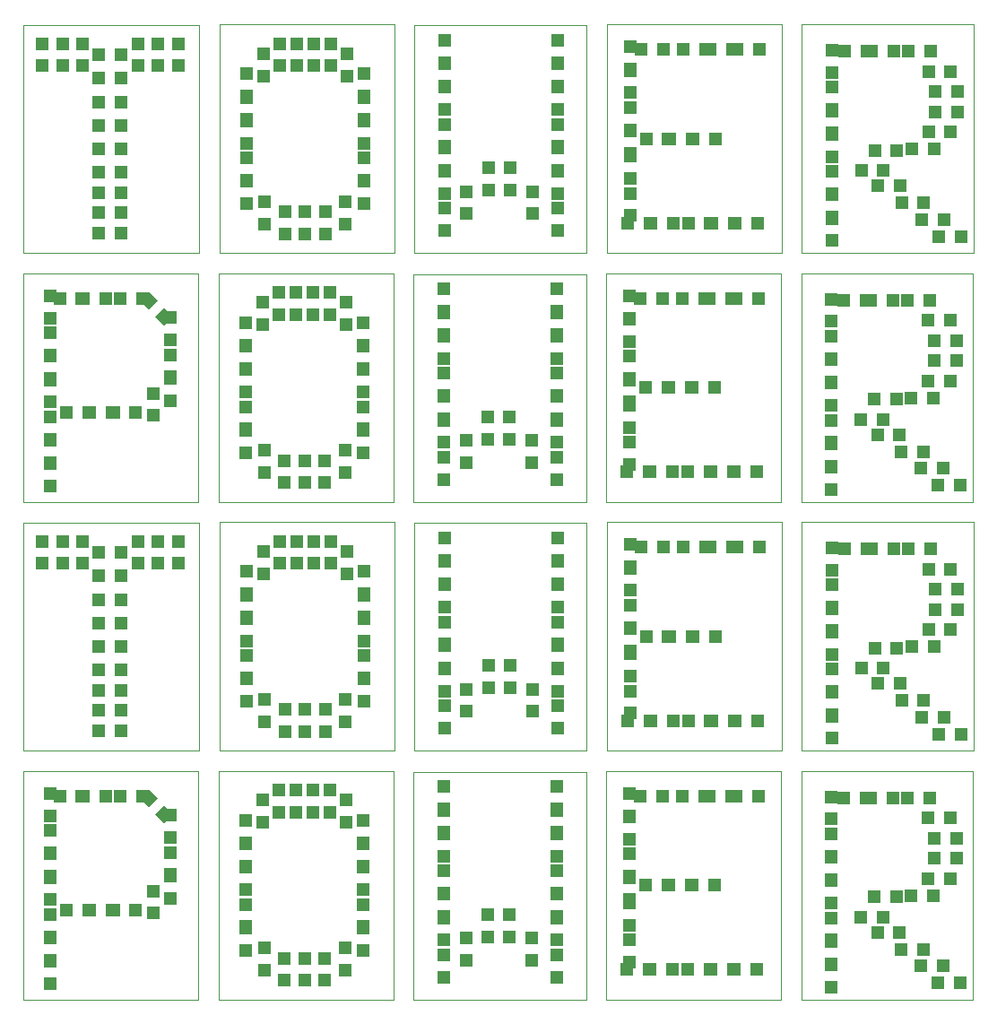
<source format=gtp>
G75*
G70*
%OFA0B0*%
%FSLAX25Y25*%
%IPPOS*%
%LPD*%
%AMOC8*
5,1,8,0,0,1.08239X$1,22.5*
%
%ADD16C,0.00000*%
%ADD17R,0.04720X0.04720*%
X0010000Y0010000D02*
G75*
%LPD*%
D16*
X0010000Y0010000D02*
X0010000Y0095000D01*
X0075000Y0095000D01*
X0075000Y0010000D01*
X0010000Y0010000D01*
D17*
X0020000Y0015860D03*
X0020000Y0024130D03*
X0020000Y0024610D03*
X0020000Y0032880D03*
X0020000Y0033360D03*
X0020000Y0041630D03*
X0020000Y0047110D03*
X0025860Y0043120D03*
X0034130Y0043120D03*
X0034610Y0043120D03*
X0042880Y0043120D03*
X0043360Y0043120D03*
X0051630Y0043120D03*
X0058120Y0042110D03*
X0064370Y0047740D03*
X0058120Y0050380D03*
X0064370Y0056010D03*
X0064370Y0056490D03*
X0064370Y0064760D03*
X0064370Y0070240D03*
X0064370Y0078510D03*
X0054130Y0085620D03*
X0045860Y0085620D03*
X0040380Y0085620D03*
X0032110Y0085620D03*
X0031630Y0085620D03*
X0023360Y0085620D03*
X0020000Y0086630D03*
X0020000Y0078360D03*
X0020000Y0072880D03*
X0020000Y0064610D03*
X0020000Y0064130D03*
X0020000Y0055860D03*
X0020000Y0055380D03*
D17*
G36*
X0053120Y0084790D02*
X0056450Y0088120D01*
X0059780Y0084790D01*
X0056450Y0081460D01*
X0053120Y0084790D01*
G37*
G36*
X0058960Y0078950D02*
X0062290Y0082280D01*
X0065620Y0078950D01*
X0062290Y0075620D01*
X0058960Y0078950D01*
G37*
X0082500Y0010000D02*
G75*
%LPD*%
D16*
X0082500Y0010000D02*
X0082500Y0095000D01*
X0147500Y0095000D01*
X0147500Y0010000D01*
X0082500Y0010000D01*
D17*
X0099370Y0020860D03*
X0099370Y0029130D03*
X0092500Y0028360D03*
X0092500Y0036630D03*
X0092500Y0037110D03*
X0092500Y0045380D03*
X0092500Y0050860D03*
X0092500Y0059130D03*
X0092500Y0059610D03*
X0092500Y0067880D03*
X0092500Y0068360D03*
X0092500Y0076630D03*
X0098750Y0075860D03*
X0105000Y0079610D03*
X0098750Y0084130D03*
X0105000Y0087880D03*
X0111250Y0087880D03*
X0117500Y0087880D03*
X0123750Y0087880D03*
X0130000Y0084130D03*
X0123750Y0079610D03*
X0117500Y0079610D03*
X0111250Y0079610D03*
X0130000Y0075860D03*
X0136250Y0076630D03*
X0136250Y0068360D03*
X0136250Y0067880D03*
X0136250Y0059610D03*
X0136250Y0059130D03*
X0136250Y0050860D03*
X0136250Y0045380D03*
X0136250Y0037110D03*
X0136250Y0036630D03*
X0136250Y0028360D03*
X0129370Y0029130D03*
X0129370Y0020860D03*
X0121870Y0017110D03*
X0114370Y0017110D03*
X0106870Y0017110D03*
X0106870Y0025380D03*
X0114370Y0025380D03*
X0121870Y0025380D03*
X0155000Y0010000D02*
G75*
%LPD*%
D16*
X0155000Y0010000D02*
X0155000Y0094750D01*
X0219010Y0094750D01*
X0219010Y0010000D01*
X0155000Y0010000D01*
D17*
X0166250Y0018360D03*
X0166250Y0026630D03*
X0166250Y0032110D03*
X0174370Y0032880D03*
X0182500Y0033360D03*
X0182500Y0041630D03*
X0190620Y0041630D03*
X0190620Y0033360D03*
X0198750Y0032880D03*
X0198750Y0024610D03*
X0208120Y0026630D03*
X0208120Y0032110D03*
X0208120Y0040380D03*
X0208120Y0040860D03*
X0208120Y0049130D03*
X0208120Y0049610D03*
X0208120Y0057880D03*
X0208120Y0063360D03*
X0208120Y0071630D03*
X0208120Y0072110D03*
X0208120Y0080380D03*
X0208120Y0080860D03*
X0208120Y0089130D03*
X0166250Y0089130D03*
X0166250Y0080860D03*
X0166250Y0080380D03*
X0166250Y0072110D03*
X0166250Y0071630D03*
X0166250Y0063360D03*
X0166250Y0057880D03*
X0166250Y0049610D03*
X0166250Y0049130D03*
X0166250Y0040860D03*
X0166250Y0040380D03*
X0174370Y0024610D03*
X0208120Y0018360D03*
X0226510Y0010000D02*
G75*
%LPD*%
D16*
X0226510Y0010000D02*
X0226510Y0095000D01*
X0291510Y0095000D01*
X0291510Y0010000D01*
X0226510Y0010000D01*
D17*
X0234250Y0021250D03*
X0235260Y0023990D03*
X0242520Y0021250D03*
X0243000Y0021250D03*
X0251270Y0021250D03*
X0256750Y0021250D03*
X0265020Y0021250D03*
X0265500Y0021250D03*
X0273770Y0021250D03*
X0274250Y0021250D03*
X0282520Y0021250D03*
X0266890Y0052500D03*
X0258620Y0052500D03*
X0258140Y0052500D03*
X0249870Y0052500D03*
X0249390Y0052500D03*
X0241120Y0052500D03*
X0235260Y0055380D03*
X0235260Y0055860D03*
X0235260Y0064130D03*
X0235260Y0069610D03*
X0235260Y0077880D03*
X0235260Y0078360D03*
X0239250Y0085620D03*
X0235260Y0086630D03*
X0247520Y0085620D03*
X0254870Y0085620D03*
X0263140Y0085620D03*
X0264870Y0085620D03*
X0273140Y0085620D03*
X0274870Y0085620D03*
X0283140Y0085620D03*
X0235260Y0047110D03*
X0235260Y0046010D03*
X0235260Y0037740D03*
X0235260Y0032260D03*
X0299010Y0010000D02*
G75*
%LPD*%
D16*
X0299010Y0010000D02*
X0299010Y0095000D01*
X0362760Y0095000D01*
X0362760Y0010000D01*
X0299010Y0010000D01*
D17*
X0310260Y0014610D03*
X0310260Y0022880D03*
X0310260Y0023360D03*
X0310260Y0031630D03*
X0310260Y0032110D03*
X0310260Y0040380D03*
X0310260Y0045860D03*
X0310260Y0054130D03*
X0310260Y0054610D03*
X0310260Y0062880D03*
X0310260Y0063360D03*
X0310260Y0071630D03*
X0310260Y0077110D03*
X0310260Y0085380D03*
X0314870Y0085000D03*
X0323140Y0085000D03*
X0324870Y0085000D03*
X0333140Y0085000D03*
X0338620Y0085000D03*
X0346890Y0085000D03*
X0346120Y0077500D03*
X0348620Y0070000D03*
X0354390Y0077500D03*
X0356890Y0070000D03*
X0356890Y0062500D03*
X0354390Y0055000D03*
X0348140Y0048750D03*
X0346120Y0055000D03*
X0348620Y0062500D03*
X0339870Y0048750D03*
X0334390Y0048120D03*
X0329390Y0040620D03*
X0327370Y0035000D03*
X0321120Y0040620D03*
X0326120Y0048120D03*
X0335640Y0035000D03*
X0336120Y0028750D03*
X0344390Y0028750D03*
X0343620Y0022500D03*
X0349870Y0016250D03*
X0351890Y0022500D03*
X0358140Y0016250D03*
X0010000Y0102500D02*
G75*
%LPD*%
D16*
X0010000Y0102500D02*
X0010000Y0187250D01*
X0075260Y0187250D01*
X0075260Y0102500D01*
X0010000Y0102500D01*
D17*
X0037740Y0110000D03*
X0037740Y0117500D03*
X0037740Y0125000D03*
X0037740Y0132500D03*
X0046010Y0132500D03*
X0046010Y0125000D03*
X0046010Y0117500D03*
X0046010Y0110000D03*
X0046010Y0141250D03*
X0037740Y0141250D03*
X0037740Y0150000D03*
X0046010Y0150000D03*
X0046010Y0158750D03*
X0037740Y0158750D03*
X0037740Y0167500D03*
X0031870Y0172110D03*
X0037740Y0176250D03*
X0031870Y0180380D03*
X0024370Y0180380D03*
X0016870Y0180380D03*
X0016870Y0172110D03*
X0024370Y0172110D03*
X0046010Y0176250D03*
X0052500Y0180380D03*
X0060000Y0180380D03*
X0067500Y0180380D03*
X0067500Y0172110D03*
X0060000Y0172110D03*
X0052500Y0172110D03*
X0046010Y0167500D03*
X0082760Y0102500D02*
G75*
%LPD*%
D16*
X0082760Y0102500D02*
X0082760Y0187500D01*
X0147760Y0187500D01*
X0147760Y0102500D01*
X0082760Y0102500D01*
D17*
X0099630Y0113360D03*
X0099630Y0121630D03*
X0092760Y0120860D03*
X0092760Y0129130D03*
X0092760Y0129610D03*
X0092760Y0137880D03*
X0092760Y0143360D03*
X0092760Y0151630D03*
X0092760Y0152110D03*
X0092760Y0160380D03*
X0092760Y0160860D03*
X0092760Y0169130D03*
X0099010Y0168360D03*
X0105260Y0172110D03*
X0099010Y0176630D03*
X0105260Y0180380D03*
X0111510Y0180380D03*
X0117760Y0180380D03*
X0124010Y0180380D03*
X0130260Y0176630D03*
X0124010Y0172110D03*
X0117760Y0172110D03*
X0111510Y0172110D03*
X0130260Y0168360D03*
X0136510Y0169130D03*
X0136510Y0160860D03*
X0136510Y0160380D03*
X0136510Y0152110D03*
X0136510Y0151630D03*
X0136510Y0143360D03*
X0136510Y0137880D03*
X0136510Y0129610D03*
X0136510Y0129130D03*
X0136510Y0120860D03*
X0129630Y0121630D03*
X0129630Y0113360D03*
X0122130Y0109610D03*
X0114630Y0109610D03*
X0107130Y0109610D03*
X0107130Y0117880D03*
X0114630Y0117880D03*
X0122130Y0117880D03*
X0155260Y0102500D02*
G75*
%LPD*%
D16*
X0155260Y0102500D02*
X0155260Y0187250D01*
X0219270Y0187250D01*
X0219270Y0102500D01*
X0155260Y0102500D01*
D17*
X0166510Y0110860D03*
X0166510Y0119130D03*
X0166510Y0124610D03*
X0174630Y0125380D03*
X0182760Y0125860D03*
X0182760Y0134130D03*
X0190880Y0134130D03*
X0190880Y0125860D03*
X0199010Y0125380D03*
X0199010Y0117110D03*
X0208380Y0119130D03*
X0208380Y0124610D03*
X0208380Y0132880D03*
X0208380Y0133360D03*
X0208380Y0141630D03*
X0208380Y0142110D03*
X0208380Y0150380D03*
X0208380Y0155860D03*
X0208380Y0164130D03*
X0208380Y0164610D03*
X0208380Y0172880D03*
X0208380Y0173360D03*
X0208380Y0181630D03*
X0166510Y0181630D03*
X0166510Y0173360D03*
X0166510Y0172880D03*
X0166510Y0164610D03*
X0166510Y0164130D03*
X0166510Y0155860D03*
X0166510Y0150380D03*
X0166510Y0142110D03*
X0166510Y0141630D03*
X0166510Y0133360D03*
X0166510Y0132880D03*
X0174630Y0117110D03*
X0208380Y0110860D03*
X0226770Y0102500D02*
G75*
%LPD*%
D16*
X0226770Y0102500D02*
X0226770Y0187500D01*
X0291770Y0187500D01*
X0291770Y0102500D01*
X0226770Y0102500D01*
D17*
X0234510Y0113750D03*
X0235520Y0116490D03*
X0242780Y0113750D03*
X0243260Y0113750D03*
X0251530Y0113750D03*
X0257010Y0113750D03*
X0265280Y0113750D03*
X0265760Y0113750D03*
X0274030Y0113750D03*
X0274510Y0113750D03*
X0282780Y0113750D03*
X0267150Y0145000D03*
X0258880Y0145000D03*
X0258400Y0145000D03*
X0250130Y0145000D03*
X0249650Y0145000D03*
X0241380Y0145000D03*
X0235520Y0147880D03*
X0235520Y0148360D03*
X0235520Y0156630D03*
X0235520Y0162110D03*
X0235520Y0170380D03*
X0235520Y0170860D03*
X0239510Y0178120D03*
X0235520Y0179130D03*
X0247780Y0178120D03*
X0255130Y0178120D03*
X0263400Y0178120D03*
X0265130Y0178120D03*
X0273400Y0178120D03*
X0275130Y0178120D03*
X0283400Y0178120D03*
X0235520Y0139610D03*
X0235520Y0138510D03*
X0235520Y0130240D03*
X0235520Y0124760D03*
X0299270Y0102500D02*
G75*
%LPD*%
D16*
X0299270Y0102500D02*
X0299270Y0187500D01*
X0363020Y0187500D01*
X0363020Y0102500D01*
X0299270Y0102500D01*
D17*
X0310520Y0107110D03*
X0310520Y0115380D03*
X0310520Y0115860D03*
X0310520Y0124130D03*
X0310520Y0124610D03*
X0310520Y0132880D03*
X0310520Y0138360D03*
X0310520Y0146630D03*
X0310520Y0147110D03*
X0310520Y0155380D03*
X0310520Y0155860D03*
X0310520Y0164130D03*
X0310520Y0169610D03*
X0310520Y0177880D03*
X0315130Y0177500D03*
X0323400Y0177500D03*
X0325130Y0177500D03*
X0333400Y0177500D03*
X0338880Y0177500D03*
X0347150Y0177500D03*
X0346380Y0170000D03*
X0348880Y0162500D03*
X0354650Y0170000D03*
X0357150Y0162500D03*
X0357150Y0155000D03*
X0354650Y0147500D03*
X0348400Y0141250D03*
X0346380Y0147500D03*
X0348880Y0155000D03*
X0340130Y0141250D03*
X0334650Y0140620D03*
X0329650Y0133120D03*
X0327630Y0127500D03*
X0321380Y0133120D03*
X0326380Y0140620D03*
X0335900Y0127500D03*
X0336380Y0121250D03*
X0344650Y0121250D03*
X0343880Y0115000D03*
X0350130Y0108750D03*
X0352150Y0115000D03*
X0358400Y0108750D03*
X0010000Y0195000D02*
G75*
%LPD*%
D16*
X0010000Y0195000D02*
X0010000Y0280000D01*
X0075000Y0280000D01*
X0075000Y0195000D01*
X0010000Y0195000D01*
D17*
X0020000Y0200860D03*
X0020000Y0209130D03*
X0020000Y0209610D03*
X0020000Y0217880D03*
X0020000Y0218360D03*
X0020000Y0226630D03*
X0020000Y0232110D03*
X0025860Y0228120D03*
X0034130Y0228120D03*
X0034610Y0228120D03*
X0042880Y0228120D03*
X0043360Y0228120D03*
X0051630Y0228120D03*
X0058120Y0227110D03*
X0064370Y0232740D03*
X0058120Y0235380D03*
X0064370Y0241010D03*
X0064370Y0241490D03*
X0064370Y0249760D03*
X0064370Y0255240D03*
X0064370Y0263510D03*
X0054130Y0270620D03*
X0045860Y0270620D03*
X0040380Y0270620D03*
X0032110Y0270620D03*
X0031630Y0270620D03*
X0023360Y0270620D03*
X0020000Y0271630D03*
X0020000Y0263360D03*
X0020000Y0257880D03*
X0020000Y0249610D03*
X0020000Y0249130D03*
X0020000Y0240860D03*
X0020000Y0240380D03*
D17*
G36*
X0053120Y0269790D02*
X0056450Y0273120D01*
X0059780Y0269790D01*
X0056450Y0266460D01*
X0053120Y0269790D01*
G37*
G36*
X0058960Y0263950D02*
X0062290Y0267280D01*
X0065620Y0263950D01*
X0062290Y0260620D01*
X0058960Y0263950D01*
G37*
X0082500Y0195000D02*
G75*
%LPD*%
D16*
X0082500Y0195000D02*
X0082500Y0280000D01*
X0147500Y0280000D01*
X0147500Y0195000D01*
X0082500Y0195000D01*
D17*
X0099370Y0205860D03*
X0099370Y0214130D03*
X0092500Y0213360D03*
X0092500Y0221630D03*
X0092500Y0222110D03*
X0092500Y0230380D03*
X0092500Y0235860D03*
X0092500Y0244130D03*
X0092500Y0244610D03*
X0092500Y0252880D03*
X0092500Y0253360D03*
X0092500Y0261630D03*
X0098750Y0260860D03*
X0105000Y0264610D03*
X0098750Y0269130D03*
X0105000Y0272880D03*
X0111250Y0272880D03*
X0117500Y0272880D03*
X0123750Y0272880D03*
X0130000Y0269130D03*
X0123750Y0264610D03*
X0117500Y0264610D03*
X0111250Y0264610D03*
X0130000Y0260860D03*
X0136250Y0261630D03*
X0136250Y0253360D03*
X0136250Y0252880D03*
X0136250Y0244610D03*
X0136250Y0244130D03*
X0136250Y0235860D03*
X0136250Y0230380D03*
X0136250Y0222110D03*
X0136250Y0221630D03*
X0136250Y0213360D03*
X0129370Y0214130D03*
X0129370Y0205860D03*
X0121870Y0202110D03*
X0114370Y0202110D03*
X0106870Y0202110D03*
X0106870Y0210380D03*
X0114370Y0210380D03*
X0121870Y0210380D03*
X0155000Y0195000D02*
G75*
%LPD*%
D16*
X0155000Y0195000D02*
X0155000Y0279750D01*
X0219010Y0279750D01*
X0219010Y0195000D01*
X0155000Y0195000D01*
D17*
X0166250Y0203360D03*
X0166250Y0211630D03*
X0166250Y0217110D03*
X0174370Y0217880D03*
X0182500Y0218360D03*
X0182500Y0226630D03*
X0190620Y0226630D03*
X0190620Y0218360D03*
X0198750Y0217880D03*
X0198750Y0209610D03*
X0208120Y0211630D03*
X0208120Y0217110D03*
X0208120Y0225380D03*
X0208120Y0225860D03*
X0208120Y0234130D03*
X0208120Y0234610D03*
X0208120Y0242880D03*
X0208120Y0248360D03*
X0208120Y0256630D03*
X0208120Y0257110D03*
X0208120Y0265380D03*
X0208120Y0265860D03*
X0208120Y0274130D03*
X0166250Y0274130D03*
X0166250Y0265860D03*
X0166250Y0265380D03*
X0166250Y0257110D03*
X0166250Y0256630D03*
X0166250Y0248360D03*
X0166250Y0242880D03*
X0166250Y0234610D03*
X0166250Y0234130D03*
X0166250Y0225860D03*
X0166250Y0225380D03*
X0174370Y0209610D03*
X0208120Y0203360D03*
X0226510Y0195000D02*
G75*
%LPD*%
D16*
X0226510Y0195000D02*
X0226510Y0280000D01*
X0291510Y0280000D01*
X0291510Y0195000D01*
X0226510Y0195000D01*
D17*
X0234250Y0206250D03*
X0235260Y0208990D03*
X0242520Y0206250D03*
X0243000Y0206250D03*
X0251270Y0206250D03*
X0256750Y0206250D03*
X0265020Y0206250D03*
X0265500Y0206250D03*
X0273770Y0206250D03*
X0274250Y0206250D03*
X0282520Y0206250D03*
X0266890Y0237500D03*
X0258620Y0237500D03*
X0258140Y0237500D03*
X0249870Y0237500D03*
X0249390Y0237500D03*
X0241120Y0237500D03*
X0235260Y0240380D03*
X0235260Y0240860D03*
X0235260Y0249130D03*
X0235260Y0254610D03*
X0235260Y0262880D03*
X0235260Y0263360D03*
X0239250Y0270620D03*
X0235260Y0271630D03*
X0247520Y0270620D03*
X0254870Y0270620D03*
X0263140Y0270620D03*
X0264870Y0270620D03*
X0273140Y0270620D03*
X0274870Y0270620D03*
X0283140Y0270620D03*
X0235260Y0232110D03*
X0235260Y0231010D03*
X0235260Y0222740D03*
X0235260Y0217260D03*
X0299010Y0195000D02*
G75*
%LPD*%
D16*
X0299010Y0195000D02*
X0299010Y0280000D01*
X0362760Y0280000D01*
X0362760Y0195000D01*
X0299010Y0195000D01*
D17*
X0310260Y0199610D03*
X0310260Y0207880D03*
X0310260Y0208360D03*
X0310260Y0216630D03*
X0310260Y0217110D03*
X0310260Y0225380D03*
X0310260Y0230860D03*
X0310260Y0239130D03*
X0310260Y0239610D03*
X0310260Y0247880D03*
X0310260Y0248360D03*
X0310260Y0256630D03*
X0310260Y0262110D03*
X0310260Y0270380D03*
X0314870Y0270000D03*
X0323140Y0270000D03*
X0324870Y0270000D03*
X0333140Y0270000D03*
X0338620Y0270000D03*
X0346890Y0270000D03*
X0346120Y0262500D03*
X0348620Y0255000D03*
X0354390Y0262500D03*
X0356890Y0255000D03*
X0356890Y0247500D03*
X0354390Y0240000D03*
X0348140Y0233750D03*
X0346120Y0240000D03*
X0348620Y0247500D03*
X0339870Y0233750D03*
X0334390Y0233120D03*
X0329390Y0225620D03*
X0327370Y0220000D03*
X0321120Y0225620D03*
X0326120Y0233120D03*
X0335640Y0220000D03*
X0336120Y0213750D03*
X0344390Y0213750D03*
X0343620Y0207500D03*
X0349870Y0201250D03*
X0351890Y0207500D03*
X0358140Y0201250D03*
X0010000Y0287500D02*
G75*
%LPD*%
D16*
X0010000Y0287500D02*
X0010000Y0372250D01*
X0075260Y0372250D01*
X0075260Y0287500D01*
X0010000Y0287500D01*
D17*
X0037740Y0295000D03*
X0037740Y0302500D03*
X0037740Y0310000D03*
X0037740Y0317500D03*
X0046010Y0317500D03*
X0046010Y0310000D03*
X0046010Y0302500D03*
X0046010Y0295000D03*
X0046010Y0326250D03*
X0037740Y0326250D03*
X0037740Y0335000D03*
X0046010Y0335000D03*
X0046010Y0343750D03*
X0037740Y0343750D03*
X0037740Y0352500D03*
X0031870Y0357110D03*
X0037740Y0361250D03*
X0031870Y0365380D03*
X0024370Y0365380D03*
X0016870Y0365380D03*
X0016870Y0357110D03*
X0024370Y0357110D03*
X0046010Y0361250D03*
X0052500Y0365380D03*
X0060000Y0365380D03*
X0067500Y0365380D03*
X0067500Y0357110D03*
X0060000Y0357110D03*
X0052500Y0357110D03*
X0046010Y0352500D03*
X0082760Y0287500D02*
G75*
%LPD*%
D16*
X0082760Y0287500D02*
X0082760Y0372500D01*
X0147760Y0372500D01*
X0147760Y0287500D01*
X0082760Y0287500D01*
D17*
X0099630Y0298360D03*
X0099630Y0306630D03*
X0092760Y0305860D03*
X0092760Y0314130D03*
X0092760Y0314610D03*
X0092760Y0322880D03*
X0092760Y0328360D03*
X0092760Y0336630D03*
X0092760Y0337110D03*
X0092760Y0345380D03*
X0092760Y0345860D03*
X0092760Y0354130D03*
X0099010Y0353360D03*
X0105260Y0357110D03*
X0099010Y0361630D03*
X0105260Y0365380D03*
X0111510Y0365380D03*
X0117760Y0365380D03*
X0124010Y0365380D03*
X0130260Y0361630D03*
X0124010Y0357110D03*
X0117760Y0357110D03*
X0111510Y0357110D03*
X0130260Y0353360D03*
X0136510Y0354130D03*
X0136510Y0345860D03*
X0136510Y0345380D03*
X0136510Y0337110D03*
X0136510Y0336630D03*
X0136510Y0328360D03*
X0136510Y0322880D03*
X0136510Y0314610D03*
X0136510Y0314130D03*
X0136510Y0305860D03*
X0129630Y0306630D03*
X0129630Y0298360D03*
X0122130Y0294610D03*
X0114630Y0294610D03*
X0107130Y0294610D03*
X0107130Y0302880D03*
X0114630Y0302880D03*
X0122130Y0302880D03*
X0155260Y0287500D02*
G75*
%LPD*%
D16*
X0155260Y0287500D02*
X0155260Y0372250D01*
X0219270Y0372250D01*
X0219270Y0287500D01*
X0155260Y0287500D01*
D17*
X0166510Y0295860D03*
X0166510Y0304130D03*
X0166510Y0309610D03*
X0174630Y0310380D03*
X0182760Y0310860D03*
X0182760Y0319130D03*
X0190880Y0319130D03*
X0190880Y0310860D03*
X0199010Y0310380D03*
X0199010Y0302110D03*
X0208380Y0304130D03*
X0208380Y0309610D03*
X0208380Y0317880D03*
X0208380Y0318360D03*
X0208380Y0326630D03*
X0208380Y0327110D03*
X0208380Y0335380D03*
X0208380Y0340860D03*
X0208380Y0349130D03*
X0208380Y0349610D03*
X0208380Y0357880D03*
X0208380Y0358360D03*
X0208380Y0366630D03*
X0166510Y0366630D03*
X0166510Y0358360D03*
X0166510Y0357880D03*
X0166510Y0349610D03*
X0166510Y0349130D03*
X0166510Y0340860D03*
X0166510Y0335380D03*
X0166510Y0327110D03*
X0166510Y0326630D03*
X0166510Y0318360D03*
X0166510Y0317880D03*
X0174630Y0302110D03*
X0208380Y0295860D03*
X0226770Y0287500D02*
G75*
%LPD*%
D16*
X0226770Y0287500D02*
X0226770Y0372500D01*
X0291770Y0372500D01*
X0291770Y0287500D01*
X0226770Y0287500D01*
D17*
X0234510Y0298750D03*
X0235520Y0301490D03*
X0242780Y0298750D03*
X0243260Y0298750D03*
X0251530Y0298750D03*
X0257010Y0298750D03*
X0265280Y0298750D03*
X0265760Y0298750D03*
X0274030Y0298750D03*
X0274510Y0298750D03*
X0282780Y0298750D03*
X0267150Y0330000D03*
X0258880Y0330000D03*
X0258400Y0330000D03*
X0250130Y0330000D03*
X0249650Y0330000D03*
X0241380Y0330000D03*
X0235520Y0332880D03*
X0235520Y0333360D03*
X0235520Y0341630D03*
X0235520Y0347110D03*
X0235520Y0355380D03*
X0235520Y0355860D03*
X0239510Y0363120D03*
X0235520Y0364130D03*
X0247780Y0363120D03*
X0255130Y0363120D03*
X0263400Y0363120D03*
X0265130Y0363120D03*
X0273400Y0363120D03*
X0275130Y0363120D03*
X0283400Y0363120D03*
X0235520Y0324610D03*
X0235520Y0323510D03*
X0235520Y0315240D03*
X0235520Y0309760D03*
X0299270Y0287500D02*
G75*
%LPD*%
D16*
X0299270Y0287500D02*
X0299270Y0372500D01*
X0363020Y0372500D01*
X0363020Y0287500D01*
X0299270Y0287500D01*
D17*
X0310520Y0292110D03*
X0310520Y0300380D03*
X0310520Y0300860D03*
X0310520Y0309130D03*
X0310520Y0309610D03*
X0310520Y0317880D03*
X0310520Y0323360D03*
X0310520Y0331630D03*
X0310520Y0332110D03*
X0310520Y0340380D03*
X0310520Y0340860D03*
X0310520Y0349130D03*
X0310520Y0354610D03*
X0310520Y0362880D03*
X0315130Y0362500D03*
X0323400Y0362500D03*
X0325130Y0362500D03*
X0333400Y0362500D03*
X0338880Y0362500D03*
X0347150Y0362500D03*
X0346380Y0355000D03*
X0348880Y0347500D03*
X0354650Y0355000D03*
X0357150Y0347500D03*
X0357150Y0340000D03*
X0354650Y0332500D03*
X0348400Y0326250D03*
X0346380Y0332500D03*
X0348880Y0340000D03*
X0340130Y0326250D03*
X0334650Y0325620D03*
X0329650Y0318120D03*
X0327630Y0312500D03*
X0321380Y0318120D03*
X0326380Y0325620D03*
X0335900Y0312500D03*
X0336380Y0306250D03*
X0344650Y0306250D03*
X0343880Y0300000D03*
X0350130Y0293750D03*
X0352150Y0300000D03*
X0358400Y0293750D03*
M02*

</source>
